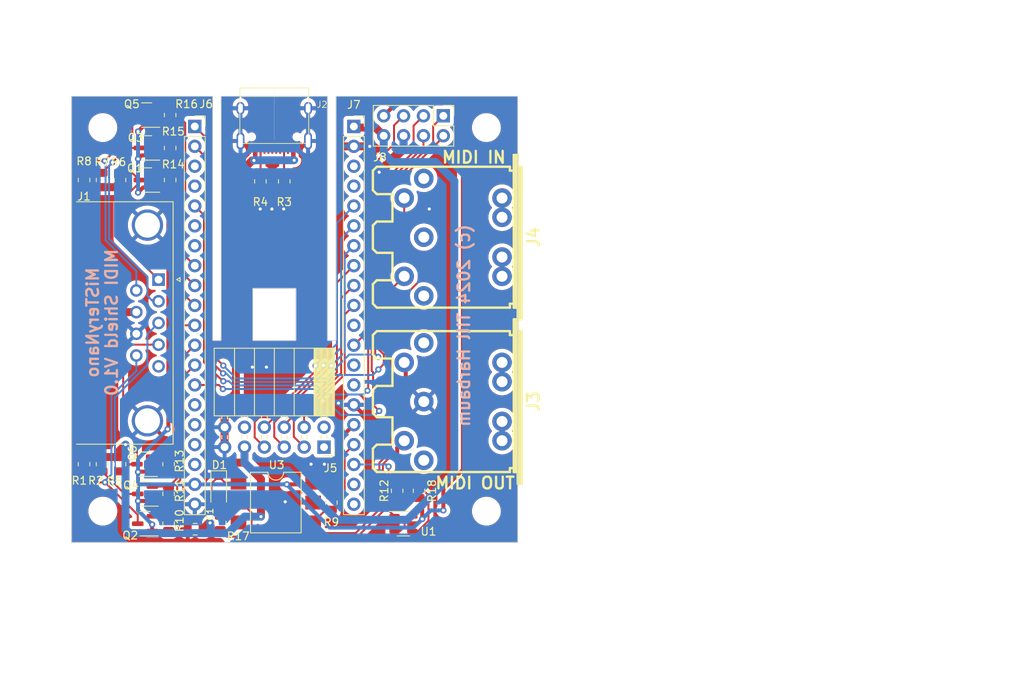
<source format=kicad_pcb>
(kicad_pcb (version 20221018) (generator pcbnew)
  (title_block (title "MiSTeryNano MIDI Shield") (date "2024-01-11") (rev "V1.0") (company "Till Harbaum"))
  (layers (0 "F.Cu" signal) (31 "B.Cu" signal) (34 "B.Paste" user) (35 "F.Paste" user) (36 "B.SilkS" user "B.Silkscreen") (37 "F.SilkS" user "F.Silkscreen") (38 "B.Mask" user) (39 "F.Mask" user) (44 "Edge.Cuts" user))
  (net 0 "")
  (net 1 "/UP")
  (net 2 "/DOWN")
  (net 3 "/LEFT")
  (net 4 "/RIGHT")
  (net 5 "/BTN1")
  (net 6 "/BTN2")
  (net 11 "Net-(J2-CC2)")
  (net 15 "Net-(J2-CC1)")
  (net 16 "Net-(J3-Pad5)")
  (net 17 "Net-(J3-Pad4)")
  (net 18 "Net-(D1-K)")
  (net 19 "GND")
  (net 20 "+5V")
  (net 21 "Net-(D1-A)")
  (net 24 "Net-(J4-Pad4)")
  (net 29 "P73")
  (net 30 "MIDI_RX")
  (net 31 "+3.3V")
  (net 32 "P74")
  (net 33 "/IO_BTN1")
  (net 34 "/IO_DOWN")
  (net 35 "/IO_UP")
  (net 37 "/IO_RIGHT")
  (net 38 "/IO_LEFT")
  (net 39 "/IO_BTN2")
  (net 41 "BL616_IO16")
  (net 42 "BL616_IO17")
  (net 43 "BL616_IO14")
  (net 44 "BL616_IO15")
  (net 45 "BL616_IO12")
  (net 46 "BL616_IO13")
  (net 47 "BL616_IO10")
  (net 48 "BL616_IO11")
  (net 49 "MIDI_TX")
  (net 50 "P77")
  (net 53 "P31")
  (net 60 "P49")
  (net 67 "Net-(R12-Pad1)")
  (net 68 "Net-(U1-Pad3)")
  (footprint "Resistor_SMD:R_0805_2012Metric" (layer "F.Cu") (at 84.292 88.2 -90)
    (fp_text reference "R10")
    (fp_text value "10k")
  )
  (footprint "Package_TO_SOT_SMD:SOT-23" (layer "F.Cu") (at 81.292 84.4 180)
    (fp_text reference "Q4")
    (fp_text value "BSS123")
  )
  (footprint "Resistor_SMD:R_0805_2012Metric" (layer "F.Cu") (at 90.892 88.1 90)
    (fp_text reference "R17")
    (fp_text value "220")
  )
  (footprint "MountingHole:MountingHole_3.2mm_M3" (layer "F.Cu") (at 75.892 86.6)
    (fp_text reference "H3" hide)
    (fp_text value "MountingHole" hide)
  )
  (footprint "Resistor_SMD:R_0805_2012Metric" (layer "F.Cu") (at 84.492 40.2 -90)
    (fp_text reference "R15")
    (fp_text value "10k")
  )
  (footprint "Connector_PinSocket_2.54mm:PinSocket_2x06_P2.54mm_Horizontal" (layer "F.Cu") (at 104.15 78.4172 -90)
    (fp_text reference "J5")
    (fp_text value "Conn_02x06_Odd_Even" hide)
  )
  (footprint "Resistor_SMD:R_0805_2012Metric" (layer "F.Cu") (at 84.492 36 -90)
    (fp_text reference "R16")
    (fp_text value "10k")
  )
  (footprint "Connector_PinHeader_2.54mm:PinHeader_2x04_P2.54mm_Vertical" (layer "F.Cu") (at 119.392 36.1 -90)
    (fp_text reference "J8")
    (fp_text value "Conn_02x04_Pin")
  )
  (footprint "Connector_PinSocket_2.54mm:PinSocket_1x20_P2.54mm_Vertical" (layer "F.Cu") (at 87.64 37.4564)
    (fp_text reference "J6")
    (fp_text value "Conn_01x20_Socket")
  )
  (footprint "Resistor_SMD:R_0805_2012Metric" (layer "F.Cu") (at 84.292 84.4 -90)
    (fp_text reference "R11")
    (fp_text value "10k")
  )
  (footprint "Connector_Dsub:DSUB-9_Male_Horizontal_P2.77x2.84mm_EdgePinOffset7.70mm_Housed_MountingHolesOffset9.12mm" (layer "F.Cu") (at 83.0124 57.02 -90)
    (fp_text reference "J1")
    (fp_text value "Joystick")
  )
  (footprint "Capacitor_SMD:C_0805_2012Metric" (layer "F.Cu") (at 87.692 88.9)
    (fp_text reference "C1")
    (fp_text value "100nF")
  )
  (footprint "tangnano:din-5" (layer "F.Cu") (at 119.892 51.6 90)
    (fp_text reference "J4")
    (fp_text value "MIDI IN")
  )
  (footprint "Resistor_SMD:R_0805_2012Metric" (layer "F.Cu") (at 84.292 80.6 -90)
    (fp_text reference "R13")
    (fp_text value "10k")
  )
  (footprint "MountingHole:MountingHole_3.2mm_M3" (layer "F.Cu") (at 75.892 37.6)
    (fp_text reference "H2" hide)
    (fp_text value "MountingHole" hide)
  )
  (footprint "Connector_PinSocket_2.54mm:PinSocket_1x20_P2.54mm_Vertical" (layer "F.Cu") (at 107.96 37.4564)
    (fp_text reference "J7")
    (fp_text value "Conn_01x20_Socket")
  )
  (footprint "Resistor_SMD:R_0805_2012Metric" (layer "F.Cu") (at 73.492 80.6 90)
    (fp_text reference "R1")
    (fp_text value "10k")
  )
  (footprint "Package_DIP:SMDIP-6_W9.53mm" (layer "F.Cu") (at 97.992 85.5)
    (fp_text reference "U3")
    (fp_text value "H11L1S")
  )
  (footprint "Resistor_SMD:R_0805_2012Metric" (layer "F.Cu") (at 105.092 85.5 90)
    (fp_text reference "R9")
    (fp_text value "270")
  )
  (footprint "Package_TO_SOT_SMD:SOT-23" (layer "F.Cu") (at 81.192 80.6 180)
    (fp_text reference "Q6")
    (fp_text value "BSS123")
  )
  (footprint "Resistor_SMD:R_0805_2012Metric" (layer "F.Cu") (at 78.092 80.6 90)
    (fp_text reference "R5")
    (fp_text value "10k")
  )
  (footprint "Package_TO_SOT_SMD:SOT-23" (layer "F.Cu") (at 81.292 88.2 180)
    (fp_text reference "Q2")
    (fp_text value "BSS123")
  )
  (footprint "Resistor_SMD:R_0805_2012Metric" (layer "F.Cu") (at 73.492 44.3 -90)
    (fp_text reference "R8")
    (fp_text value "10k")
  )
  (footprint "Resistor_SMD:R_0805_2012Metric" (layer "F.Cu") (at 96.022 44.4668 90)
    (fp_text reference "R4")
    (fp_text value "5k1")
  )
  (footprint "Package_TO_SOT_SMD:SOT-23-6" (layer "F.Cu") (at 114.292 88.2)
    (fp_text reference "U1")
    (fp_text value "74LVC2G14")
  )
  (footprint "Diode_SMD:D_SOD-123" (layer "F.Cu") (at 90.692 83.8 -90)
    (fp_text reference "D1")
    (fp_text value "1N4148W")
  )
  (footprint "Package_TO_SOT_SMD:SOT-23" (layer "F.Cu") (at 81.492 36 180)
    (fp_text reference "Q5")
    (fp_text value "BSS123")
  )
  (footprint "MountingHole:MountingHole_3.2mm_M3" (layer "F.Cu") (at 124.892 86.6)
    (fp_text reference "H4" hide)
    (fp_text value "MountingHole" hide)
  )
  (footprint "Package_TO_SOT_SMD:SOT-23" (layer "F.Cu") (at 81.492 44.3 180)
    (fp_text reference "Q1")
    (fp_text value "BSS123")
  )
  (footprint "Resistor_SMD:R_0805_2012Metric" (layer "F.Cu") (at 116.292 84 -90)
    (fp_text reference "R18")
    (fp_text value "47")
  )
  (footprint "Resistor_SMD:R_0805_2012Metric" (layer "F.Cu") (at 113.492 84 90)
    (fp_text reference "R12")
    (fp_text value "47")
  )
  (footprint "Package_TO_SOT_SMD:SOT-23" (layer "F.Cu") (at 81.492 40.2 180)
    (fp_text reference "Q3")
    (fp_text value "BSS123")
  )
  (footprint "MountingHole:MountingHole_3.2mm_M3" (layer "F.Cu") (at 124.892 37.6)
    (fp_text reference "H1" hide)
    (fp_text value "MountingHole" hide)
  )
  (footprint "Resistor_SMD:R_0805_2012Metric" (layer "F.Cu") (at 75.792 44.3 -90)
    (fp_text reference "R7")
    (fp_text value "10k")
  )
  (footprint "tangnano:din-5" (layer "F.Cu") (at 119.892 72.6 90)
    (fp_text reference "J3")
    (fp_text value "MIDI OUT")
  )
  (footprint "Resistor_SMD:R_0805_2012Metric" (layer "F.Cu") (at 75.792 80.6 90)
    (fp_text reference "R2")
    (fp_text value "10k")
  )
  (footprint "Resistor_SMD:R_0805_2012Metric" (layer "F.Cu") (at 84.492 44.3 -90)
    (fp_text reference "R14")
    (fp_text value "10k")
  )
  (footprint "Resistor_SMD:R_0805_2012Metric" (layer "F.Cu") (at 78.092 44.3 -90)
    (fp_text reference "R6")
    (fp_text value "10k")
  )
  (footprint "usb-c:TYPE-C-31-M-12" (layer "F.Cu") (at 97.7956 35.1272 180)
    (fp_text reference "J2")
    (fp_text value "USB_C_Receptacle_USB2.0")
  )
  (footprint "Resistor_SMD:R_0805_2012Metric" (layer "F.Cu") (at 99.07 44.4668 90)
    (fp_text reference "R3")
    (fp_text value "5k1")
  )
  (gr_poly (pts (xy 71.892 33.6) (xy 89.926 33.6) (xy 89.926 64.8) (xy 90.992 64.8) (xy 90.992 33.6) (xy 104.592 33.6) (xy 104.592 64.8) (xy 105.674 64.8) (xy 105.674 33.6) (xy 128.892 33.6) (xy 128.892 90.6) (xy 71.892 90.6)) (stroke (width 0.1)) (fill none) (layer "Edge.Cuts"))
  (gr_rect (start 95.05 58.1468) (end 100.55 64.8) (stroke (width 0.1)) (fill none) (layer "Edge.Cuts"))
  (gr_text "MiSTeryNano\nMIDI Shield V1.0" (at 77.892 62.5 90) (layer "B.SilkS") (effects (font (size 1.5 1.5) (thickness 0.3) bold) (justify bottom mirror)))
  (gr_text "(c) 2024 Till Harbaum" (at 122.892 49.8 90) (layer "B.SilkS") (effects (font (size 1.5 1.5) (thickness 0.3) bold) (justify left bottom mirror)))
  (segment (start 83.0124 57.02) (end 77.892 51.8996) (width 0.25) (layer "F.Cu") (net 1))
  (segment (start 80.5545 44.6375) (end 80.5545 44.3) (width 0.25) (layer "F.Cu") (net 1))
  (segment (start 77.892 47.3) (end 80.5545 44.6375) (width 0.25) (layer "F.Cu") (net 1))
  (segment (start 79.642 43.3875) (end 80.5545 44.3) (width 0.25) (layer "F.Cu") (net 1))
  (segment (start 77.892 51.8996) (end 77.892 47.3) (width 0.25) (layer "F.Cu") (net 1))
  (segment (start 78.092 43.3875) (end 79.642 43.3875) (width 0.25) (layer "F.Cu") (net 1))
  (segment (start 77.120938 42.051709) (end 77.120938 42.058562) (width 0.25) (layer "F.Cu") (net 2))
  (segment (start 77.120938 42.058562) (end 75.792 43.3875) (width 0.25) (layer "F.Cu") (net 2))
  (segment (start 77.120938 42.051709) (end 78.972647 40.2) (width 0.25) (layer "F.Cu") (net 2))
  (segment (start 83.0124 59.3204) (end 83.0124 59.79) (width 0.25) (layer "F.Cu") (net 2))
  (segment (start 78.972647 40.2) (end 80.5545 40.2) (width 0.25) (layer "F.Cu") (net 2))
  (via (at 77.120938 42.051709) (size 0.8) (drill 0.4) (layers "F.Cu" "B.Cu") (net 2))
  (segment (start 81.592 59.1) (end 82.282 59.79) (width 0.25) (layer "B.Cu") (net 2))
  (segment (start 76.692 42.480647) (end 76.692 51.8) (width 0.25) (layer "B.Cu") (net 2))
  (segment (start 82.282 59.79) (end 83.0124 59.79) (width 0.25) (layer "B.Cu") (net 2))
  (segment (start 76.692 51.8) (end 81.592 56.7) (width 0.25) (layer "B.Cu") (net 2))
  (segment (start 77.120938 42.051709) (end 76.692 42.480647) (width 0.25) (layer "B.Cu") (net 2))
  (segment (start 81.592 56.7) (end 81.592 59.1) (width 0.25) (layer "B.Cu") (net 2))
  (segment (start 77.172697 82.893197) (end 77.172697 82.895906) (width 0.25) (layer "F.Cu") (net 3))
  (segment (start 75.792 81.5125) (end 77.172697 82.893197) (width 0.25) (layer "F.Cu") (net 3))
  (segment (start 77.172697 82.895906) (end 78.676791 84.4) (width 0.25) (layer "F.Cu") (net 3))
  (segment (start 78.676791 84.4) (end 80.3545 84.4) (width 0.25) (layer "F.Cu") (net 3))
  (via (at 77.172697 82.895906) (size 0.8) (drill 0.4) (layers "F.Cu" "B.Cu") (net 3))
  (segment (start 77.442 82.626603) (end 77.442 72.05) (width 0.25) (layer "B.Cu") (net 3))
  (segment (start 81.592 67.9) (end 81.592 63.9804) (width 0.25) (layer "B.Cu") (net 3))
  (segment (start 77.442 72.05) (end 81.592 67.9) (width 0.25) (layer "B.Cu") (net 3))
  (segment (start 77.172697 82.895906) (end 77.442 82.626603) (width 0.25) (layer "B.Cu") (net 3))
  (segment (start 81.592 63.9804) (end 83.0124 62.56) (width 0.25) (layer "B.Cu") (net 3))
  (segment (start 78.492 66.4) (end 78.492 76) (width 0.25) (layer "F.Cu") (net 4))
  (segment (start 78.092 81.5125) (end 78.4795 81.5125) (width 0.25) (layer "F.Cu") (net 4))
  (segment (start 79.562 65.33) (end 78.492 66.4) (width 0.25) (layer "F.Cu") (net 4))
  (segment (start 78.492 76) (end 80.2545 77.7625) (width 0.25) (layer "F.Cu") (net 4))
  (segment (start 83.0124 65.33) (end 79.562 65.33) (width 0.25) (layer "F.Cu") (net 4))
  (segment (start 79.392 80.6) (end 80.2545 80.6) (width 0.25) (layer "F.Cu") (net 4))
  (segment (start 80.2545 77.7625) (end 80.2545 80.6) (width 0.25) (layer "F.Cu") (net 4))
  (segment (start 78.4795 81.5125) (end 79.392 80.6) (width 0.25) (layer "F.Cu") (net 4))
  (segment (start 80.5545 36.4375) (end 80.5545 36) (width 0.25) (layer "F.Cu") (net 5))
  (segment (start 75.0295 41.85) (end 73.492 43.3875) (width 0.25) (layer "F.Cu") (net 5))
  (segment (start 79.667 38.325) (end 79.667 37.325) (width 0.25) (layer "F.Cu") (net 5))
  (segment (start 76.142 41.85) (end 75.0295 41.85) (width 0.25) (layer "F.Cu") (net 5))
  (segment (start 76.142 41.85) (end 79.667 38.325) (width 0.25) (layer "F.Cu") (net 5))
  (segment (start 79.667 37.325) (end 80.5545 36.4375) (width 0.25) (layer "F.Cu") (net 5))
  (via (at 76.142 41.85) (size 0.8) (drill 0.4) (layers "F.Cu" "B.Cu") (net 5))
  (segment (start 76.242 51.986396) (end 80.1724 55.916796) (width 0.25) (layer "B.Cu") (net 5))
  (segment (start 76.142 41.85) (end 76.242 41.95) (width 0.25) (layer "B.Cu") (net 5))
  (segment (start 76.242 41.95) (end 76.242 51.986396) (width 0.25) (layer "B.Cu") (net 5))
  (segment (start 80.1724 55.916796) (end 80.1724 58.405) (width 0.25) (layer "B.Cu") (net 5))
  (segment (start 80.3545 87.0625) (end 80.3545 88.2) (width 0.25) (layer "F.Cu") (net 6))
  (segment (start 76.173451 82.921965) (end 76.872392 83.620906) (width 0.25) (layer "F.Cu") (net 6))
  (segment (start 73.767 81.5125) (end 73.492 81.5125) (width 0.25) (layer "F.Cu") (net 6))
  (segment (start 76.173451 82.918549) (end 76.173451 82.921965) (width 0.25) (layer "F.Cu") (net 6))
  (segment (start 76.173451 82.918549) (end 75.173049 82.918549) (width 0.25) (layer "F.Cu") (net 6))
  (segment (start 76.912906 83.620906) (end 80.3545 87.0625) (width 0.25) (layer "F.Cu") (net 6))
  (segment (start 76.872392 83.620906) (end 76.912906 83.620906) (width 0.25) (layer "F.Cu") (net 6))
  (segment (start 75.173049 82.918549) (end 73.767 81.5125) (width 0.25) (layer "F.Cu") (net 6))
  (via (at 76.173451 82.918549) (size 0.8) (drill 0.4) (layers "F.Cu" "B.Cu") (net 6))
  (segment (start 80.1724 68.683204) (end 80.1724 66.715) (width 0.25) (layer "B.Cu") (net 6))
  (segment (start 76.992 81.9) (end 76.992 71.863604) (width 0.25) (layer "B.Cu") (net 6))
  (segment (start 76.173451 82.718549) (end 76.992 81.9) (width 0.25) (layer "B.Cu") (net 6))
  (segment (start 76.992 71.863604) (end 80.1724 68.683204) (width 0.25) (layer "B.Cu") (net 6))
  (segment (start 76.173451 82.918549) (end 76.173451 82.718549) (width 0.25) (layer "B.Cu") (net 6))
  (segment (start 96.0456 43.5307) (end 96.022 43.5543) (width 0.25) (layer "F.Cu") (net 11))
  (segment (start 96.0456 40.2272) (end 96.0456 43.5307) (width 0.25) (layer "F.Cu") (net 11))
  (segment (start 99.0456 40.2272) (end 99.0456 43.5299) (width 0.25) (layer "F.Cu") (net 15))
  (segment (start 99.0456 43.5299) (end 99.07 43.5543) (width 0.25) (layer "F.Cu") (net 15))
  (segment (start 113.492 78.5) (end 114.392 77.6) (width 0.508) (layer "F.Cu") (net 16))
  (segment (start 113.492 83.0875) (end 113.492 78.5) (width 0.508) (layer "F.Cu") (net 16))
  (segment (start 118.892 80.9) (end 116.7045 83.0875) (width 0.508) (layer "F.Cu") (net 17))
  (segment (start 114.592 67.6) (end 114.592 74.2) (width 0.508) (layer "F.Cu") (net 17))
  (segment (start 116.7045 83.0875) (end 116.292 83.0875) (width 0.508) (layer "F.Cu") (net 17))
  (segment (start 114.592 74.2) (end 118.892 78.5) (width 0.508) (layer "F.Cu") (net 17))
  (segment (start 114.392 67.6) (end 114.592 67.6) (width 0.508) (layer "F.Cu") (net 17))
  (segment (start 118.892 78.5) (end 118.892 80.9) (width 0.508) (layer "F.Cu") (net 17))
  (segment (start 91.502 82.96) (end 90.692 82.15) (width 0.25) (layer "F.Cu") (net 18))
  (segment (start 90.892 87.1875) (end 89.767 86.0625) (width 0.25) (layer "F.Cu") (net 18))
  (segment (start 93.227 82.96) (end 91.502 82.96) (width 0.25) (layer "F.Cu") (net 18))
  (segment (start 89.767 86.0625) (end 89.767 83.075) (width 0.25) (layer "F.Cu") (net 18))
  (segment (start 89.767 83.075) (end 90.692 82.15) (width 0.25) (layer "F.Cu") (net 18))
  (segment (start 110.292 75.3484) (end 110.292 76.7) (width 0.508) (layer "F.Cu") (net 19))
  (segment (start 107.96 73.0164) (end 106.2084 73.0164) (width 0.508) (layer "F.Cu") (net 19))
  (segment (start 114.292 40.5) (end 114.312 40.48) (width 1.016) (layer "F.Cu") (net 19))
  (segment (start 91.45 78.4172) (end 91.45 75.8772) (width 1.016) (layer "F.Cu") (net 19))
  (segment (start 106.3956 39.9964) (end 106.392 40) (width 1.016) (layer "F.Cu") (net 19))
  (segment (start 107.96 39.9964) (end 109.9884 39.9964) (width 1.016) (layer "F.Cu") (net 19))
  (segment (start 101.1956 40.2272) (end 102.1156 39.3072) (width 0.508) (layer "F.Cu") (net 19))
  (segment (start 94.4206 40.2272) (end 94.4206 40.9714) (width 0.508) (layer "F.Cu") (net 19))
  (segment (start 94.4206 40.9714) (end 93.692 41.7) (width 0.508) (layer "F.Cu") (net 19))
  (segment (start 93.5006 39.3072) (end 94.4206 40.2272) (width 0.508) (layer "F.Cu") (net 19))
  (segment (start 102.757 85.5) (end 99.292 85.5) (width 0.508) (layer "F.Cu") (net 19))
  (segment (start 111.692 88.2) (end 110.892 89) (width 0.508) (layer "F.Cu") (net 19))
  (segment (start 99.292 85.5) (end 99.192 85.4) (width 0.508) (layer "F.Cu") (net 19))
  (segment (start 107.96 73.0164) (end 110.292 75.3484) (width 0.508) (layer "F.Cu") (net 19))
  (segment (start 106.2084 73.0164) (end 105.992 72.8) (width 0.508) (layer "F.Cu") (net 19))
  (segment (start 109.9884 39.9964) (end 109.992 40) (width 1.016) (layer "F.Cu") (net 19))
  (segment (start 101.1706 40.2272) (end 101.1956 40.2272) (width 0.508) (layer "F.Cu") (net 19))
  (segment (start 113.1545 88.2) (end 111.692 88.2) (width 0.508) (layer "F.Cu") (net 19))
  (segment (start 91.45 75.8772) (end 91.45 74.242) (width 1.016) (layer "F.Cu") (net 19))
  (segment (start 91.45 74.242) (end 91.492 74.2) (width 1.016) (layer "F.Cu") (net 19))
  (segment (start 106.3956 39.9964) (end 107.96 39.9964) (width 1.016) (layer "F.Cu") (net 19))
  (segment (start 101.1706 40.2272) (end 101.1706 41.1786) (width 0.508) (layer "F.Cu") (net 19))
  (segment (start 114.312 38.64) (end 114.312 40.48) (width 1.016) (layer "F.Cu") (net 19))
  (segment (start 101.1706 41.1786) (end 102.192 42.2) (width 0.508) (layer "F.Cu") (net 19))
  (segment (start 93.4756 39.3072) (end 93.5006 39.3072) (width 0.508) (layer "F.Cu") (net 19))
  (via (at 97.492 48) (size 0.8) (drill 0.4) (layers "F.Cu" "B.Cu") (net 19))
  (via (at 99.192 85.4) (size 0.8) (drill 0.4) (layers "F.Cu" "B.Cu") (net 19))
  (via (at 95.992 48) (size 0.8) (drill 0.4) (layers "F.Cu" "B.Cu") (net 19))
  (via (at 117.592 48) (size 0.8) (drill 0.4) (layers "F.Cu" "B.Cu") (net 19))
  (via (at 109.992 40) (size 0.8) (drill 0.4) (layers "F.Cu" "B.Cu") (net 19))
  (via (at 105.992 72.8) (size 0.8) (drill 0.4) (layers "F.Cu" "B.Cu") (net 19))
  (via (at 111.192 43.3) (size 0.8) (drill 0.4) (layers "F.Cu" "B.Cu") (net 19))
  (via (at 102.492 80.6) (size 0.8) (drill 0.4) (layers "F.Cu" "B.Cu") (net 19))
  (via (at 94.992 68.2) (size 0.8) (drill 0.4) (layers "F.Cu" "B.Cu") (net 19))
  (via (at 96.792 68.2) (size 0.8) (drill 0.4) (layers "F.Cu" "B.Cu") (net 19))
  (via (at 98.992 48) (size 0.8) (drill 0.4) (layers "F.Cu" "B.Cu") (net 19))
  (via (at 89.492 81.5) (size 0.8) (drill 0.4) (layers "F.Cu" "B.Cu") (net 19))
  (via (at 104.192 80.6) (size 0.8) (drill 0.4) (layers "F.Cu" "B.Cu") (net 19))
  (segment (start 114.312 40.18) (end 113.992 40.5) (width 1.016) (layer "B.Cu") (net 19))
  (segment (start 114.312 38.64) (end 114.312 40.18) (width 1.016) (layer "B.Cu") (net 19))
  (segment (start 78.092 79.6875) (end 78.092 78.8) (width 1.016) (layer "F.Cu") (net 20))
  (segment (start 100.3706 41.7438) (end 100.34 41.7744) (width 0.3) (layer "F.Cu") (net 20))
  (segment (start 93.99 80.398) (end 93.99 79.398) (width 1.016) (layer "F.Cu") (net 20))
  (segment (start 100.3706 40.2272) (end 100.3706 41.7438) (width 0.3) (layer "F.Cu") (net 20))
  (segment (start 89.442 88.1) (end 88.642 88.9) (width 1.016) (layer "F.Cu") (net 20))
  (segment (start 108.1036 37.6) (end 107.96 37.4564) (width 1.016) (layer "F.Cu") (net 20))
  (segment (start 95.192 41.8) (end 95.2206 41.7714) (width 0.3) (layer "F.Cu") (net 20))
  (segment (start 80.1724 61.175) (end 73.567 61.175) (width 1.016) (layer "F.Cu") (net 20))
  (segment (start 78.092 78.8) (end 78.792 78.1) (width 1.016) (layer "F.Cu") (net 20))
  (segment (start 96.092 82.5) (end 93.99 80.398) (width 1.016) (layer "F.Cu") (net 20))
  (segment (start 94.9804 41.8) (end 92.892 43.8884) (width 1.016) (layer "F.Cu") (net 20))
  (segment (start 100.34 41.7744) (end 100.34 41.948) (width 0.25) (layer "F.Cu") (net 20))
  (segment (start 75.792 45.2125) (end 78.092 45.2125) (width 1.016) (layer "F.Cu") (net 20))
  (segment (start 95.26 41.5204) (end 95.2206 41.5598) (width 0.25) (layer "F.Cu") (net 20))
  (segment (start 100.0956 40.2272) (end 100.0956 41.53) (width 0.3) (layer "F.Cu") (net 20))
  (segment (start 91.892 72.5) (end 90.392 72.5) (width 1.016) (layer "F.Cu") (net 20))
  (segment (start 90.392 72.5) (end 89.592 73.3) (width 1.016) (layer "F.Cu") (net 20))
  (segment (start 110.732 37.6) (end 108.1036 37.6) (width 1.016) (layer "F.Cu") (net 20))
  (segment (start 96.092 87.3) (end 96.092 82.5) (width 1.016) (layer "F.Cu") (net 20))
  (segment (start 92.892 43.8884) (end 92.892 71.5) (width 1.016) (layer "F.Cu") (net 20))
  (segment (start 95.2206 41.7714) (end 95.2206 40.2272) (width 0.3) (layer "F.Cu") (net 20))
  (segment (start 95.192 41.8) (end 95.4956 41.4964) (width 0.3) (layer "F.Cu") (net 20))
  (segment (start 89.592 88.1) (end 89.442 88.1) (width 1.016) (layer "F.Cu") (net 20))
  (segment (start 89.592 73.3) (end 89.592 79.4) (width 1.016) (layer "F.Cu") (net 20))
  (segment (start 73.492 79.6875) (end 75.792 79.6875) (width 1.016) (layer "F.Cu") (net 20))
  (segment (start 92.892 71.5) (end 91.892 72.5) (width 1.016) (layer "F.Cu") (net 20))
  (segment (start 89.592 79.4) (end 90.59 80.398) (width 1.016) (layer "F.Cu") (net 20))
  (segment (start 75.792 79.6875) (end 78.092 79.6875) (width 1.016) (layer "F.Cu") (net 20))
  (segment (start 73.492 45.2125) (end 75.792 45.2125) (width 1.016) (layer "F.Cu") (net 20))
  (segment (start 73.567 61.175) (end 73.492 61.1) (width 1.016) (layer "F.Cu") (net 20))
  (segment (start 95.192 41.8) (end 94.9804 41.8) (width 1.016) (layer "F.Cu") (net 20))
  (segment (start 73.492 45.2125) (end 73.492 61.1) (width 1.016) (layer "F.Cu") (net 20))
  (segment (start 73.492 61.1) (end 73.492 79.6875) (width 1.016) (layer "F.Cu") (net 20))
  (segment (start 111.772 38.64) (end 110.732 37.6) (width 1.016) (layer "F.Cu") (net 20))
  (segment (start 95.4956 41.4964) (end 95.4956 40.2272) (width 0.3) (layer "F.Cu") (net 20))
  (segment (start 100.0956 41.53) (end 100.34 41.7744) (width 0.3) (layer "F.Cu") (net 20))
  (segment (start 90.59 80.398) (end 93.99 80.398) (width 1.016) (layer "F.Cu") (net 20))
  (segment (start 93.99 79.398) (end 93.99 78.4172) (width 1.016) (layer "F.Cu") (net 20))
  (via (at 100.34 41.7744) (size 0.8) (drill 0.4) (layers "F.Cu" "B.Cu") (net 20))
  (via (at 96.092 87.3) (size 0.8) (drill 0.4) (layers "F.Cu" "B.Cu") (net 20))
  (via (at 95.192 41.8) (size 0.8) (drill 0.4) (layers "F.Cu" "B.Cu") (net 20))
  (via (at 89.592 88.1) (size 0.8) (drill 0.4) (layers "F.Cu" "B.Cu") (net 20))
  (via (at 78.792 78.1) (size 0.8) (drill 0.4) (layers "F.Cu" "B.Cu") (net 20))
  (segment (start 112.892 42) (end 118.392 42) (width 1.016) (layer "B.Cu") (net 20))
  (segment (start 120.792 44.4) (end 120.792 81.7) (width 1.016) (layer "B.Cu") (net 20))
  (segment (start 114.792 87.7) (end 105.792 87.7) (width 1.016) (layer "B.Cu") (net 20))
  (segment (start 95.2176 41.7744) (end 95.192 41.8) (width 1.016) (layer "B.Cu") (net 20))
  (segment (start 100.34 41.7744) (end 95.2176 41.7744) (width 1.016) (layer "B.Cu") (net 20))
  (segment (start 111.772 40.88) (end 112.892 42) (width 1.016) (layer "B.Cu") (net 20))
  (segment (start 94.992 81.4) (end 93.99 80.398) (width 1.016) (layer "B.Cu") (net 20))
  (segment (start 96.092 87.3) (end 93.992 87.3) (width 1.016) (layer "B.Cu") (net 20))
  (segment (start 111.772 38.64) (end 111.772 40.88) (width 1.016) (layer "B.Cu") (net 20))
  (segment (start 120.792 81.7) (end 114.792 87.7) (width 1.016) (layer "B.Cu") (net 20))
  (segment (start 118.392 42) (end 120.792 44.4) (width 1.016) (layer "B.Cu") (net 20))
  (segment (start 89.692 88.2) (end 89.692 89.408) (width 1.016) (layer "B.Cu") (net 20))
  (segment (start 89.592 88.1) (end 89.692 88.2) (width 1.016) (layer "B.Cu") (net 20))
  (segment (start 78.792 78.1) (end 78.792 88.9) (width 1.016) (layer "B.Cu") (net 20))
  (segment (start 79.3 89.408) (end 88.592 89.408) (width 1.016) (layer "B.Cu") (net 20))
  (segment (start 89.692 89.408) (end 88.592 89.408) (width 1.016) (layer "B.Cu") (net 20))
  (segment (start 93.99 80.398) (end 93.99 78.4172) (width 1.016) (layer "B.Cu") (net 20))
  (segment (start 99.492 81.4) (end 94.992 81.4) (width 1.016) (layer "B.Cu") (net 20))
  (segment (start 93.992 87.3) (end 91.884 89.408) (width 1.016) (layer "B.Cu") (net 20))
  (segment (start 91.884 89.408) (end 88.592 89.408) (width 1.016) (layer "B.Cu") (net 20))
  (segment (start 105.792 87.7) (end 99.492 81.4) (width 1.016) (layer "B.Cu") (net 20))
  (segment (start 78.792 88.9) (end 79.3 89.408) (width 1.016) (layer "B.Cu") (net 20))
  (segment (start 112.242 58.75) (end 114.392 56.6) (width 0.25) (layer "F.Cu") (net 21))
  (segment (start 111.217 86.375) (end 111.217 80.413299) (width 0.25) (layer "F.Cu") (net 21))
  (segment (start 94.892 86.8) (end 94.892 89.1) (width 0.25) (layer "F.Cu") (net 21))
  (segment (start 108.192 89.4) (end 111.217 86.375) (width 0.25) (layer "F.Cu") (net 21))
  (segment (start 93.227 85.5) (end 90.742 85.5) (width 0.25) (layer "F.Cu") (net 21))
  (segment (start 93.592 85.5) (end 94.892 86.8) (width 0.25) (layer "F.Cu") (net 21))
  (segment (start 111.217 80.413299) (end 112.242 79.388299) (width 0.25) (layer "F.Cu") (net 21))
  (segment (start 94.892 89.1) (end 95.192 89.4) (width 0.25) (layer "F.Cu") (net 21))
  (segment (start 95.192 89.4) (end 108.192 89.4) (width 0.25) (layer "F.Cu") (net 21))
  (segment (start 93.227 85.5) (end 93.592 85.5) (width 0.25) (layer "F.Cu") (net 21))
  (segment (start 112.242 79.388299) (end 112.242 58.75) (width 0.25) (layer "F.Cu") (net 21))
  (segment (start 90.742 85.5) (end 90.692 85.45) (width 0.25) (layer "F.Cu") (net 21))
  (segment (start 108.442 89.85) (end 91.7295 89.85) (width 0.25) (layer "F.Cu") (net 24))
  (segment (start 114.392 53.93967) (end 116.24634 55.79401) (width 0.25) (layer "F.Cu") (net 24))
  (segment (start 111.667 80.599695) (end 111.667 86.625) (width 0.25) (layer "F.Cu") (net 24))
  (segment (start 111.667 86.625) (end 108.442 89.85) (width 0.25) (layer "F.Cu") (net 24))
  (segment (start 116.24634 55.79401) (end 116.24634 57.28533) (width 0.25) (layer "F.Cu") (net 24))
  (segment (start 114.392 46.6) (end 114.392 53.93967) (width 0.25) (layer "F.Cu") (net 24))
  (segment (start 112.692 60.83967) (end 112.692 79.574695) (width 0.25) (layer "F.Cu") (net 24))
  (segment (start 91.7295 89.85) (end 90.892 89.0125) (width 0.25) (layer "F.Cu") (net 24))
  (segment (start 112.692 79.574695) (end 111.667 80.599695) (width 0.25) (layer "F.Cu") (net 24))
  (segment (start 116.24634 57.28533) (end 112.692 60.83967) (width 0.25) (layer "F.Cu") (net 24))
  (segment (start 91.2845 68) (end 89.742 66.4575) (width 0.25) (layer "F.Cu") (net 29))
  (segment (start 110.692 66.5245) (end 110.692 46.863604) (width 0.25) (layer "F.Cu") (net 29))
  (segment (start 118.092 39.463604) (end 118.092 37.4) (width 0.25) (layer "F.Cu") (net 29))
  (segment (start 89.742 39.5584) (end 87.64 37.4564) (width 0.25) (layer "F.Cu") (net 29))
  (segment (start 111.0675 66.9) (end 110.692 66.5245) (width 0.25) (layer "F.Cu") (net 29))
  (segment (start 110.692 46.863604) (end 118.092 39.463604) (width 0.25) (layer "F.Cu") (net 29))
  (segment (start 89.742 66.4575) (end 89.742 39.5584) (width 0.25) (layer "F.Cu") (net 29))
  (segment (start 118.092 37.4) (end 119.392 36.1) (width 0.25) (layer "F.Cu") (net 29))
  (via (at 91.2845 68) (size 0.8) (drill 0.4) (layers "F.Cu" "B.Cu") (net 29))
  (via (at 111.0675 66.9) (size 0.8) (drill 0.4) (layers "F.Cu" "B.Cu") (net 29))
  (segment (start 91.2845 68) (end 91.292 68) (width 0.25) (layer "B.Cu") (net 29))
  (segment (start 110.7675 66.6) (end 111.0675 66.9) (width 0.25) (layer "B.Cu") (net 29))
  (segment (start 105.7995 68.300305) (end 105.7995 68.164673) (width 0.25) (layer "B.Cu") (net 29))
  (segment (start 107.364173 66.6) (end 110.7675 66.6) (width 0.25) (layer "B.Cu") (net 29))
  (segment (start 105.7995 68.164673) (end 107.364173 66.6) (width 0.25) (layer "B.Cu") (net 29))
  (segment (start 91.292 68) (end 92.938041 69.646041) (width 0.25) (layer "B.Cu") (net 29))
  (segment (start 104.453764 69.646041) (end 105.7995 68.300305) (width 0.25) (layer "B.Cu") (net 29))
  (segment (start 92.938041 69.646041) (end 104.453764 69.646041) (width 0.25) (layer "B.Cu") (net 29))
  (segment (start 106.785 79.2714) (end 107.96 78.0964) (width 0.25) (layer "F.Cu") (net 30))
  (segment (start 102.757 88.04) (end 104.3845 86.4125) (width 0.25) (layer "F.Cu") (net 30))
  (segment (start 106.785 84.7195) (end 106.785 79.2714) (width 0.25) (layer "F.Cu") (net 30))
  (segment (start 104.3845 86.4125) (end 105.092 86.4125) (width 0.25) (layer "F.Cu") (net 30))
  (segment (start 105.092 86.4125) (end 106.785 84.7195) (width 0.25) (layer "F.Cu") (net 30))
  (segment (start 84.4545 41.15) (end 84.492 41.1125) (width 0.508) (layer "F.Cu") (net 31))
  (segment (start 82.192 88.3) (end 82.192 89.1125) (width 0.508) (layer "F.Cu") (net 31))
  (segment (start 106.192 81.9) (end 105.132 82.96) (width 0.508) (layer "F.Cu") (net 31))
  (segment (start 84.4545 36.95) (end 84.492 36.9125) (width 0.508) (layer "F.Cu") (net 31))
  (segment (start 84.2664 76.0267) (end 84.2664 45.4381) (width 0.508) (layer "F.Cu") (net 31))
  (segment (start 105.092 83) (end 105.052 82.96) (width 0.508) (layer "F.Cu") (net 31))
  (segment (start 82.4295 41.15) (end 84.4545 41.15) (width 0.508) (layer "F.Cu") (net 31))
  (segment (start 116.692 87.6) (end 116.692 85.3125) (width 0.508) (layer "F.Cu") (net 31))
  (segment (start 113.096 34.796) (end 113.076 34.796) (width 0.508) (layer "F.Cu") (net 31))
  (segment (start 82.2295 85.35) (end 84.2545 85.35) (width 0.508) (layer "F.Cu") (net 31))
  (segment (start 82.192 89.1125) (end 82.2295 89.15) (width 0.508) (layer "F.Cu") (net 31))
  (segment (start 121.892 81.3) (end 121.892 35.3) (width 0.508) (layer "F.Cu") (net 31))
  (segment (start 105.052 82.96) (end 102.757 82.96) (width 0.508) (layer "F.Cu") (net 31))
  (segment (start 80.842 41.15) (end 80.392 41.6) (width 0.508) (layer "F.Cu") (net 31))
  (segment (start 107.96 75.5564) (end 106.192 77.3244) (width 0.508) (layer "F.Cu") (net 31))
  (segment (start 82.4295 45.25) (end 84.4545 45.25) (width 0.508) (layer "F.Cu") (net 31))
  (segment (start 82.467 45.2125) (end 82.4295 45.25) (width 0.254) (layer "F.Cu") (net 31))
  (segment (start 116.092 88.2) (end 116.692 87.6) (width 0.508) (layer "F.Cu") (net 31))
  (segment (start 82.4295 36.95) (end 81.542 36.95) (width 0.508) (layer "F.Cu") (net 31))
  (segment (start 82.4295 45.25) (end 81.042 45.25) (width 0.508) (layer "F.Cu") (net 31))
  (segment (start 82.1295 81.55) (end 84.2545 81.55) (width 0.508) (layer "F.Cu") (net 31))
  (segment (start 113.392 34.5) (end 113.096 34.796) (width 0.508) (layer "F.Cu") (net 31))
  (segment (start 84.2545 81.55) (end 84.292 81.5125) (width 0.508) (layer "F.Cu") (net 31))
  (segment (start 105.132 82.96) (end 102.757 82.96) (width 0.508) (layer "F.Cu") (net 31))
  (segment (start 80.392 85.2995) (end 80.3925 85.3) (width 0.508) (layer "F.Cu") (net 31))
  (segment (start 121.892 35.3) (end 121.092 34.5) (width 0.508) (layer "F.Cu") (net 31))
  (segment (start 121.092 34.5) (end 113.392 34.5) (width 0.508) (layer "F.Cu") (net 31))
  (segment (start 81.042 45.25) (end 80.392 45.9) (width 0.508) (layer "F.Cu") (net 31))
  (segment (start 84.4545 45.25) (end 84.492 45.2125) (width 0.508) (layer "F.Cu") (net 31))
  (segment (start 82.2295 89.15) (end 84.2545 89.15) (width 0.508) (layer "F.Cu") (net 31))
  (segment (start 82.4295 36.95) (end 84.4545 36.95) (width 0.508) (layer "F.Cu") (net 31))
  (segment (start 119.392 83.8) (end 121.892 81.3) (width 0.508) (layer "F.Cu") (net 31))
  (segment (start 81.542 36.95) (end 80.392 38.1) (width 0.508) (layer "F.Cu") (net 31))
  (segment (start 102.5406 83.1764) (end 102.757 82.96) (width 0.508) (layer "F.Cu") (net 31))
  (segment (start 80.392 81.6) (end 80.442 81.55) (width 0.508) (layer "F.Cu") (net 31))
  (segment (start 84.1675 76.1256) (end 84.2664 76.0267) (width 0.508) (layer "F.Cu") (net 31))
  (segment (start 84.2545 85.35) (end 84.292 85.3125) (width 0.508) (layer "F.Cu") (net 31))
  (segment (start 113.076 34.796) (end 111.772 36.1) (width 0.508) (layer "F.Cu") (net 31))
  (segment (start 80.442 81.55) (end 82.1295 81.55) (width 0.508) (layer "F.Cu") (net 31))
  (segment (start 116.692 85.3125) (end 116.292 84.9125) (width 0.508) (layer "F.Cu") (net 31))
  (segment (start 80.3925 85.3) (end 82.1795 85.3) (width 0.508) (layer "F.Cu") (net 31))
  (segment (start 82.4295 41.15) (end 80.842 41.15) (width 0.508) (layer "F.Cu") (net 31))
  (segment (start 84.2664 45.4381) (end 84.492 45.2125) (width 0.508) (layer "F.Cu") (net 31))
  (segment (start 105.092 84.5875) (end 105.092 83) (width 0.508) (layer "F.Cu") (net 31))
  (segment (start 119.392 86.5) (end 119.392 83.8) (width 0.508) (layer "F.Cu") (net 31))
  (segment (start 99.392 83.1764) (end 102.5406 83.1764) (width 0.508) (layer "F.Cu") (net 31))
  (segment (start 106.192 77.3244) (end 106.192 81.9) (width 0.508) (layer "F.Cu") (net 31))
  (segment (start 82.1795 85.3) (end 82.2295 85.35) (width 0.508) (layer "F.Cu") (net 31))
  (segment (start 115.4295 88.2) (end 116.092 88.2) (width 0.508) (layer "F.Cu") (net 31))
  (segment (start 84.2545 89.15) (end 84.292 89.1125) (width 0.508) (layer "F.Cu") (net 31))
  (via (at 80.392 38.1) (size 0.8) (drill 0.4) (layers "F.Cu" "B.Cu") (net 31))
  (via (at 80.392 85.2995) (size 0.8) (drill 0.4) (layers "F.Cu" "B.Cu") (net 31))
  (via (at 84.1675 76.1256) (size 0.8) (drill 0.4) (layers "F.Cu" "B.Cu") (net 31))
  (via (at 80.392 41.6) (size 0.8) (drill 0.4) (layers "F.Cu" "B.Cu") (net 31))
  (via (at 116.692 87.6) (size 0.8) (drill 0.4) (layers "F.Cu" "B.Cu") (net 31))
  (via (at 80.392 45.9) (size 0.8) (drill 0.4) (layers "F.Cu" "B.Cu") (net 31))
  (via (at 80.392 81.6) (size 0.8) (drill 0.4) (layers "F.Cu" "B.Cu") (net 31))
  (via (at 119.392 86.5) (size 0.8) (drill 0.4) (layers "F.Cu" "B.Cu") (net 31))
  (via (at 99.392 83.1764) (size 0.8) (drill 0.4) (layers "F.Cu" "B.Cu") (net 31))
  (via (at 82.192 88.3) (size 0.8) (drill 0.4) (layers "F.Cu" "B.Cu") (net 31))
  (segment (start 80.392 41.6) (end 80.392 45.9) (width 0.508) (layer "B.Cu") (net 31))
  (segment (start 80.4156 83.1764) (end 80.392 83.2) (width 0.508) (layer "B.Cu") (net 31))
  (segment (start 115.592 88.7) (end 116.692 87.6) (width 0.508) (layer "B.Cu") (net 31))
  (segment (start 82.192 88.3) (end 80.392 86.5) (width 0.508) (layer "B.Cu") (net 31))
  (segment (start 99.392 83.1764) (end 87.64 83.1764) (width 0.508) (layer "B.Cu") (net 31))
  (segment (start 99.392 83.2) (end 104.892 88.7) (width 0.508) (layer "B.Cu") (net 31))
  (segment (start 119.392 86.5) (end 117.792 86.5) (width 0.508) (layer "B.Cu") (net 31))
  (segment (start 80.392 79.9011) (end 80.392 81.6) (width 0.508) (layer "B.Cu") (net 31))
  (segment (start 84.1675 76.1256) (end 80.392 79.9011) (width 0.508) (layer "B.Cu") (net 31))
  (segment (start 80.392 86.5) (end 80.392 85.2995) (width 0.508) (layer "B.Cu") (net 31))
  (segment (start 80.392 81.6) (end 80.392 83.2) (width 0.508) (layer "B.Cu") (net 31))
  (segment (start 80.392 85.2995) (end 80.392 83.2) (width 0.508) (layer "B.Cu") (net 31))
  (segment (start 117.792 86.5) (end 116.692 87.6) (width 0.508) (layer "B.Cu") (net 31))
  (segment (start 80.392 38.1) (end 80.392 41.6) (width 0.508) (layer "B.Cu") (net 31))
  (segment (start 104.892 88.7) (end 115.592 88.7) (width 0.508) (layer "B.Cu") (net 31))
  (segment (start 99.392 83.1764) (end 99.392 83.2) (width 0.508) (layer "B.Cu") (net 31))
  (segment (start 87.64 83.1764) (end 80.4156 83.1764) (width 0.508) (layer "B.Cu") (net 31))
  (segment (start 111.7925 67.7995) (end 111.7925 66.599695) (width 0.25) (layer "F.Cu") (net 32))
  (segment (start 89.292 41.6484) (end 87.64 39.9964) (width 0.25) (layer "F.Cu") (net 32))
  (segment (start 111.7925 66.599695) (end 111.142 65.949195) (width 0.25) (layer "F.Cu") (net 32))
  (segment (start 91.253079 68.999009) (end 89.292 67.03793) (width 0.25) (layer "F.Cu") (net 32))
  (segment (start 111.092 68.5) (end 111.7925 67.7995) (width 0.25) (layer "F.Cu") (net 32))
  (segment (start 111.142 65.949195) (end 111.142 47.05) (width 0.25) (layer "F.Cu") (net 32))
  (segment (start 89.292 67.03793) (end 89.292 41.6484) (width 0.25) (layer "F.Cu") (net 32))
  (segment (start 111.142 47.05) (end 119.392 38.8) (width 0.25) (layer "F.Cu") (net 32))
  (segment (start 119.392 38.8) (end 119.392 38.64) (width 0.25) (layer "F.Cu") (net 32))
  (via (at 91.253079 68.999009) (size 0.8) (drill 0.4) (layers "F.Cu" "B.Cu") (net 32))
  (via (at 111.092 68.5) (size 0.8) (drill 0.4) (layers "F.Cu" "B.Cu") (net 32))
  (segment (start 92.751645 70.096041) (end 104.624437 70.096041) (width 0.25) (layer "B.Cu") (net 32))
  (segment (start 105.536201 69.2) (end 110.392 69.2) (width 0.25) (layer "B.Cu") (net 32))
  (segment (start 91.253079 68.999009) (end 91.654613 68.999009) (width 0.25) (layer "B.Cu") (net 32))
  (segment (start 91.654613 68.999009) (end 92.751645 70.096041) (width 0.25) (layer "B.Cu") (net 32))
  (segment (start 110.392 69.2) (end 111.092 68.5) (width 0.25) (layer "B.Cu") (net 32))
  (segment (start 104.624437 70.096041) (end 104.632299 70.103902) (width 0.25) (layer "B.Cu") (net 32))
  (segment (start 104.632299 70.103902) (end 105.536201 69.2) (width 0.25) (layer "B.Cu") (net 32))
  (segment (start 84.4545 35.05) (end 84.492 35.0875) (width 0.25) (layer "F.Cu") (net 33))
  (segment (start 82.4295 35.05) (end 84.4545 35.05) (width 0.25) (layer "F.Cu") (net 33))
  (segment (start 85.7454 53.3418) (end 87.64 55.2364) (width 0.25) (layer "F.Cu") (net 33))
  (segment (start 86.417 37.0125) (end 86.417 46.447792) (width 0.25) (layer "F.Cu") (net 33))
  (segment (start 86.417 46.447792) (end 85.7454 47.119392) (width 0.25) (layer "F.Cu") (net 33))
  (segment (start 85.7454 47.119392) (end 85.7454 53.3418) (width 0.25) (layer "F.Cu") (net 33))
  (segment (start 84.492 35.0875) (end 86.417 37.0125) (width 0.25) (layer "F.Cu") (net 33))
  (segment (start 84.492 39.2875) (end 85.967 40.7625) (width 0.25) (layer "F.Cu") (net 34))
  (segment (start 85.967 40.7625) (end 85.967 46.261396) (width 0.25) (layer "F.Cu") (net 34))
  (segment (start 85.967 46.261396) (end 85.2954 46.932996) (width 0.25) (layer "F.Cu") (net 34))
  (segment (start 82.4295 39.25) (end 84.4545 39.25) (width 0.25) (layer "F.Cu") (net 34))
  (segment (start 85.2954 46.932996) (end 85.2954 55.4318) (width 0.25) (layer "F.Cu") (net 34))
  (segment (start 84.4545 39.25) (end 84.492 39.2875) (width 0.25) (layer "F.Cu") (net 34))
  (segment (start 85.2954 55.4318) (end 87.64 57.7764) (width 0.25) (layer "F.Cu") (net 34))
  (segment (start 82.467 43.3875) (end 82.4295 43.35) (width 0.254) (layer "F.Cu") (net 35))
  (segment (start 85.517 46.075) (end 84.8454 46.7466) (width 0.25) (layer "F.Cu") (net 35))
  (segment (start 84.4545 43.35) (end 84.492 43.3875) (width 0.25) (layer "F.Cu") (net 35))
  (segment (start 85.517 44.4125) (end 85.517 46.075) (width 0.25) (layer "F.Cu") (net 35))
  (segment (start 84.8454 57.5218) (end 87.64 60.3164) (width 0.25) (layer "F.Cu") (net 35))
  (segment (start 82.4295 43.35) (end 84.4545 43.35) (width 0.25) (layer "F.Cu") (net 35))
  (segment (start 84.492 43.3875) (end 85.517 44.4125) (width 0.25) (layer "F.Cu") (net 35))
  (segment (start 84.8454 46.7466) (end 84.8454 57.5218) (width 0.25) (layer "F.Cu") (net 35))
  (segment (start 84.2545 79.65) (end 84.292 79.6875) (width 0.25) (layer "F.Cu") (net 37))
  (segment (start 86.2356 62.8564) (end 84.892 64.2) (width 0.25) (layer "F.Cu") (net 37))
  (segment (start 87.64 62.8564) (end 86.2356 62.8564) (width 0.25) (layer "F.Cu") (net 37))
  (segment (start 84.892 64.2) (end 84.892 79.0875) (width 0.25) (layer "F.Cu") (net 37))
  (segment (start 82.1295 79.65) (end 84.2545 79.65) (width 0.25) (layer "F.Cu") (net 37))
  (segment (start 84.892 79.0875) (end 84.292 79.6875) (width 0.25) (layer "F.Cu") (net 37))
  (segment (start 85.342 82.4375) (end 84.292 83.4875) (width 0.25) (layer "F.Cu") (net 38))
  (segment (start 85.342 67.6944) (end 85.342 82.4375) (width 0.25) (layer "F.Cu") (net 38))
  (segment (start 87.64 65.3964) (end 85.342 67.6944) (width 0.25) (layer "F.Cu") (net 38))
  (segment (start 84.2545 83.45) (end 84.292 83.4875) (width 0.25) (layer "F.Cu") (net 38))
  (segment (start 82.2295 83.45) (end 84.2545 83.45) (width 0.25) (layer "F.Cu") (net 38))
  (segment (start 85.392 83.023896) (end 85.392 86.1875) (width 0.25) (layer "F.Cu") (net 39))
  (segment (start 85.792 69.7844) (end 85.792 82.623896) (width 0.25) (layer "F.Cu") (net 39))
  (segment (start 82.2295 87.25) (end 84.2545 87.25) (width 0.25) (layer "F.Cu") (net 39))
  (segment (start 85.792 82.623896) (end 85.392 83.023896) (width 0.25) (layer "F.Cu") (net 39))
  (segment (start 87.64 67.9364) (end 85.792 69.7844) (width 0.25) (layer "F.Cu") (net 39))
  (segment (start 85.392 86.1875) (end 84.292 87.2875) (width 0.25) (layer "F.Cu") (net 39))
  (segment (start 84.2545 87.25) (end 84.292 87.2875) (width 0.25) (layer "F.Cu") (net 39))
  (segment (start 101.61 78.4172) (end 100.292 77.0992) (width 0.25) (layer "F.Cu") (net 43))
  (segment (start 106.335 68.957) (end 106.335 59.4014) (width 0.25) (layer "F.Cu") (net 43))
  (segment (start 100.292 75) (end 106.335 68.957) (width 0.25) (layer "F.Cu") (net 43))
  (segment (start 100.292 77.0992) (end 100.292 75) (width 0.25) (layer "F.Cu") (net 43))
  (segment (start 106.335 59.4014) (end 107.96 57.7764) (width 0.25) (layer "F.Cu") (net 43))
  (segment (start 106.792 69.136396) (end 106.785 69.129396) (width 0.25) (layer "F.Cu") (net 44))
  (segment (start 101.61 74.318396) (end 106.792 69.136396) (width 0.25) (layer "F.Cu") (net 44))
  (segment (start 106.785 61.4914) (end 107.96 60.3164) (width 0.25) (layer "F.Cu") (net 44))
  (segment (start 101.61 75.8772) (end 101.61 74.318396) (width 0.25) (layer "F.Cu") (net 44))
  (segment (start 106.785 69.129396) (end 106.785 61.4914) (width 0.25) (layer "F.Cu") (net 44))
  (segment (start 103.083322 69.960274) (end 97.792 75.251596) (width 0.25) (layer "F.Cu") (net 45))
  (segment (start 105.0745 68) (end 103.114226 69.960274) (width 0.25) (layer "F.Cu") (net 45))
  (segment (start 103.114226 69.960274) (end 103.083322 69.960274) (width 0.25) (layer "F.Cu") (net 45))
  (segment (start 97.792 75.251596) (end 97.792 77.1392) (width 0.25) (layer "F.Cu") (net 45))
  (segment (start 97.792 77.1392) (end 99.07 78.4172) (width 0.25) (layer "F.Cu") (net 45))
  (via (at 105.0745 68) (size 0.8) (drill 0.4) (layers "F.Cu" "B.Cu") (net 45))
  (segment (start 106.785 59.831346) (end 106.792 59.824346) (width 0.25) (layer "B.Cu") (net 45))
  (segment (start 105.0745 68) (end 105.092 68) (width 0.25) (layer "B.Cu") (net 45))
  (segment (start 106.792 59.824346) (end 106.792 58.268454) (width 0.25) (layer "B.Cu") (net 45))
  (segment (start 106.785 58.261454) (end 106.785 53.8714) (width 0.25) (layer "B.Cu") (net 45))
  (segment (start 106.792 58.268454) (end 106.785 58.261454) (width 0.25) (layer "B.Cu") (net 45))
  (segment (start 106.785 66.307) (end 106.785 59.831346) (width 0.25) (layer "B.Cu") (net 45))
  (segment (start 106.785 53.8714) (end 107.96 52.6964) (width 0.25) (layer "B.Cu") (net 45))
  (segment (start 105.092 68) (end 106.785 66.307) (width 0.25) (layer "B.Cu") (net 45))
  (segment (start 107.96 55.2364) (end 105.799 57.3974) (width 0.25) (layer "F.Cu") (net 46))
  (segment (start 99.07 75.585604) (end 99.07 75.8772) (width 0.25) (layer "F.Cu") (net 46))
  (segment (start 105.799 57.3974) (end 105.799 68.856604) (width 0.25) (layer "F.Cu") (net 46))
  (segment (start 105.799 68.856604) (end 99.07 75.585604) (width 0.25) (layer "F.Cu") (net 46))
  (segment (start 97.170804 74.6) (end 95.892 74.6) (width 0.25) (layer "F.Cu") (net 47))
  (segment (start 103.072108 68.015266) (end 103.072108 68.698696) (width 0.25) (layer "F.Cu") (net 47))
  (segment (start 103.072108 68.698696) (end 97.170804 74.6) (width 0.25) (layer "F.Cu") (net 47))
  (segment (start 95.892 74.6) (end 95.292 75.2) (width 0.25) (layer "F.Cu") (net 47))
  (segment (start 95.292 77.1792) (end 96.53 78.4172) (width 0.25) (layer "F.Cu") (net 47))
  (segment (start 95.292 75.2) (end 95.292 77.1792) (width 0.25) (layer "F.Cu") (net 47))
  (via (at 103.072108 68.015266) (size 0.8) (drill 0.4) (layers "F.Cu" "B.Cu") (net 47))
  (segment (start 105.799 49.7774) (end 107.96 47.6164) (width 0.25) (layer "B.Cu") (net 47))
  (segment (start 103.345951 67.741423) (end 103.345951 67.678646) (width 0.25) (layer "B.Cu") (net 47))
  (segment (start 103.345951 67.678646) (end 105.799 65.225597) (width 0.25) (layer "B.Cu") (net 47))
  (segment (start 103.072108 68.015266) (end 103.345951 67.741423) (width 0.25) (layer "B.Cu") (net 47))
  (segment (start 105.799 65.225597) (end 105.799 49.7774) (width 0.25) (layer "B.Cu") (net 47))
  (segment (start 104.070951 67.978951) (end 104.070951 68.336249) (width 0.25) (layer "F.Cu") (net 48))
  (segment (start 104.070951 68.336249) (end 96.53 75.8772) (width 0.25) (layer "F.Cu") (net 48))
  (via (at 104.070951 67.978951) (size 0.8) (drill 0.4) (layers "F.Cu" "B.Cu") (net 48))
  (segment (start 106.335 65.714902) (end 106.335 51.7814) (width 0.25) (layer "B.Cu") (net 48))
  (segment (start 106.335 51.7814) (end 107.96 50.1564) (width 0.25) (layer "B.Cu") (net 48))
  (segment (start 104.070951 67.978951) (end 106.335 65.714902) (width 0.25) (layer "B.Cu") (net 48))
  (segment (start 113.1545 87.25) (end 112.392 86.4875) (width 0.25) (layer "F.Cu") (net 49))
  (segment (start 112.392 86.4875) (end 112.392 80.9) (width 0.25) (layer "F.Cu") (net 49))
  (via (at 112.392 80.9) (size 0.8) (drill 0.4) (layers "F.Cu" "B.Cu") (net 49))
  (segment (start 112.392 80.9) (end 112.1284 80.6364) (width 0.25) (layer "B.Cu") (net 49))
  (segment (start 112.1284 80.6364) (end 107.96 80.6364) (width 0.25) (layer "B.Cu") (net 49))
  (segment (start 90.952774 69.724009) (end 88.815 67.586235) (width 0.25) (layer "F.Cu") (net 50))
  (segment (start 109.792 46.490812) (end 115.592 40.690812) (width 0.25) (layer "F.Cu") (net 50))
  (segment (start 109.692 71.2) (end 109.792 71.1) (width 0.25) (layer "F.Cu") (net 50))
  (segment (start 91.010526 69.724009) (end 90.952774 69.724009) (width 0.25) (layer "F.Cu") (net 50))
  (segment (start 91.284533 69.998016) (end 91.010526 69.724009) (width 0.25) (layer "F.Cu") (net 50))
  (segment (start 115.592 40.690812) (end 115.592 37.36) (width 0.25) (layer "F.Cu") (net 50))
  (segment (start 88.815 67.586235) (end 88.815 48.7914) (width 0.25) (layer "F.Cu") (net 50))
  (segment (start 88.815 48.7914) (end 87.64 47.6164) (width 0.25) (layer "F.Cu") (net 50))
  (segment (start 115.592 37.36) (end 116.852 36.1) (width 0.25) (layer "F.Cu") (net 50))
  (segment (start 109.792 71.1) (end 109.792 46.490812) (width 0.25) (layer "F.Cu") (net 50))
  (via (at 91.284533 69.998016) (size 0.8) (drill 0.4) (layers "F.Cu" "B.Cu") (net 50))
  (via (at 109.692 71.2) (size 0.8) (drill 0.4) (layers "F.Cu" "B.Cu") (net 50))
  (segment (start 104.328396 71.7) (end 109.192 71.7) (width 0.25) (layer "B.Cu") (net 50))
  (segment (start 92.017224 69.998016) (end 92.565249 70.546041) (width 0.25) (layer "B.Cu") (net 50))
  (segment (start 91.284533 69.998016) (end 92.017224 69.998016) (width 0.25) (layer "B.Cu") (net 50))
  (segment (start 92.565249 70.546041) (end 103.174437 70.546041) (width 0.25) (layer "B.Cu") (net 50))
  (segment (start 103.174437 70.546041) (end 104.328396 71.7) (width 0.25) (layer "B.Cu") (net 50))
  (segment (start 109.192 71.7) (end 109.692 71.2) (width 0.25) (layer "B.Cu") (net 50))
  (segment (start 110.242 68.675305) (end 110.242 46.677208) (width 0.25) (layer "F.Cu") (net 53))
  (segment (start 111.192 73.8) (end 110.417 73.025) (width 0.25) (layer "F.Cu") (net 53))
  (segment (start 110.242 46.677208) (end 116.852 40.067208) (width 0.25) (layer "F.Cu") (net 53))
  (segment (start 116.852 40.067208) (end 116.852 38.64) (width 0.25) (layer "F.Cu") (net 53))
  (segment (start 110.417 73.025) (end 110.417 68.850305) (width 0.25) (layer "F.Cu") (net 53))
  (segment (start 110.417 68.850305) (end 110.242 68.675305) (width 0.25) (layer "F.Cu") (net 53))
  (segment (start 90.710575 70.4764) (end 87.64 70.4764) (width 0.25) (layer "F.Cu") (net 53))
  (segment (start 91.230216 70.996041) (end 90.710575 70.4764) (width 0.25) (layer "F.Cu") (net 53))
  (via (at 91.230216 70.996041) (size 0.8) (drill 0.4) (layers "F.Cu" "B.Cu") (net 53))
  (via (at 111.192 73.8) (size 0.8) (drill 0.4) (layers "F.Cu" "B.Cu") (net 53))
  (segment (start 110.692 74.3) (end 106.292 74.3) (width 0.25) (layer "B.Cu") (net 53))
  (segment (start 102.988041 70.996041) (end 91.230216 70.996041) (width 0.25) (layer "B.Cu") (net 53))
  (segment (start 111.192 73.8) (end 110.692 74.3) (width 0.25) (layer "B.Cu") (net 53))
  (segment (start 106.292 74.3) (end 102.988041 70.996041) (width 0.25) (layer "B.Cu") (net 53))
  (segment (start 109.342 43.45) (end 113.092 39.7) (width 0.25) (layer "F.Cu") (net 60))
  (segment (start 109.342 64.0144) (end 109.342 43.45) (width 0.25) (layer "F.Cu") (net 60))
  (segment (start 107.96 65.3964) (end 109.342 64.0144) (width 0.25) (layer "F.Cu") (net 60))
  (segment (start 113.092 37.32) (end 114.312 36.1) (width 0.25) (layer "F.Cu") (net 60))
  (segment (start 113.092 39.7) (end 113.092 37.32) (width 0.25) (layer "F.Cu") (net 60))
  (segment (start 116.905174 84) (end 114.4045 84) (width 0.25) (layer "F.Cu") (net 67))
  (segment (start 114.4045 84) (end 113.492 84.9125) (width 0.25) (layer "F.Cu") (net 67))
  (segment (start 116.167305 89.15) (end 117.492 87.825305) (width 0.25) (layer "F.Cu") (net 67))
  (segment (start 117.492 87.825305) (end 117.492 84.586826) (width 0.25) (layer "F.Cu") (net 67))
  (segment (start 115.4295 89.15) (end 116.167305 89.15) (width 0.25) (layer "F.Cu") (net 67))
  (segment (start 117.492 84.586826) (end 116.905174 84) (width 0.25) (layer "F.Cu") (net 67))
  (segment (start 114.767 87.25) (end 114.442 87.575) (width 0.25) (layer "F.Cu") (net 68))
  (segment (start 114.442 88.55) (end 113.842 89.15) (width 0.25) (layer "F.Cu") (net 68))
  (segment (start 113.842 89.15) (end 113.1545 89.15) (width 0.25) (layer "F.Cu") (net 68))
  (segment (start 114.442 87.575) (end 114.442 88.55) (width 0.25) (layer "F.Cu") (net 68))
  (segment (start 115.4295 87.25) (end 114.767 87.25) (width 0.25) (layer "F.Cu") (net 68))
  (zone (net 19) (net_name "GND") (layer "F.Cu") (connect_pads (clearance 0.5)) (min_thickness 0.25) (fill yes (thermal_gap 0.5) (thermal_bridge_width 0.5))
    (polygon (pts (xy 71.892 33.6) (xy 128.892 33.6) (xy 128.892 90.6) (xy 71.892 90.6)))
  )
  (zone (net 19) (net_name "GND") (layer "B.Cu") (priority 1) (connect_pads (clearance 0.5)) (min_thickness 0.25) (fill yes (thermal_gap 0.5) (thermal_bridge_width 0.5))
    (polygon (pts (xy 71.892 33.6) (xy 128.892 33.6) (xy 128.892 90.6) (xy 71.892 90.6)))
  )
)
</source>
